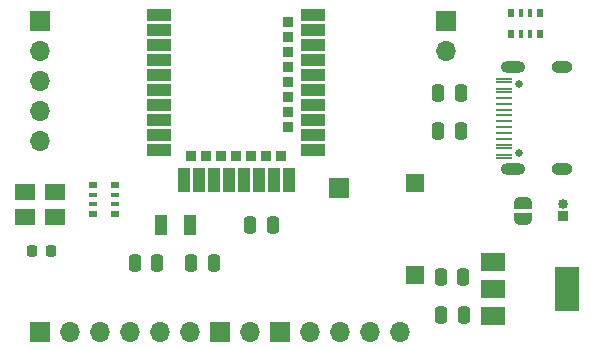
<source format=gbr>
%TF.GenerationSoftware,KiCad,Pcbnew,(5.99.0-9526-g5c17ff0595)*%
%TF.CreationDate,2021-04-11T22:42:19-05:00*%
%TF.ProjectId,E73_Devboard,4537335f-4465-4766-926f-6172642e6b69,rev?*%
%TF.SameCoordinates,Original*%
%TF.FileFunction,Soldermask,Top*%
%TF.FilePolarity,Negative*%
%FSLAX46Y46*%
G04 Gerber Fmt 4.6, Leading zero omitted, Abs format (unit mm)*
G04 Created by KiCad (PCBNEW (5.99.0-9526-g5c17ff0595)) date 2021-04-11 22:42:19*
%MOMM*%
%LPD*%
G01*
G04 APERTURE LIST*
G04 Aperture macros list*
%AMRoundRect*
0 Rectangle with rounded corners*
0 $1 Rounding radius*
0 $2 $3 $4 $5 $6 $7 $8 $9 X,Y pos of 4 corners*
0 Add a 4 corners polygon primitive as box body*
4,1,4,$2,$3,$4,$5,$6,$7,$8,$9,$2,$3,0*
0 Add four circle primitives for the rounded corners*
1,1,$1+$1,$2,$3*
1,1,$1+$1,$4,$5*
1,1,$1+$1,$6,$7*
1,1,$1+$1,$8,$9*
0 Add four rect primitives between the rounded corners*
20,1,$1+$1,$2,$3,$4,$5,0*
20,1,$1+$1,$4,$5,$6,$7,0*
20,1,$1+$1,$6,$7,$8,$9,0*
20,1,$1+$1,$8,$9,$2,$3,0*%
%AMFreePoly0*
4,1,22,0.500000,-0.750000,0.000000,-0.750000,0.000000,-0.745033,-0.079941,-0.743568,-0.215256,-0.701293,-0.333266,-0.622738,-0.424486,-0.514219,-0.481581,-0.384460,-0.499164,-0.250000,-0.500000,-0.250000,-0.500000,0.250000,-0.499164,0.250000,-0.499963,0.256109,-0.478152,0.396186,-0.417904,0.524511,-0.324060,0.630769,-0.204165,0.706417,-0.067858,0.745374,0.000000,0.744959,0.000000,0.750000,
0.500000,0.750000,0.500000,-0.750000,0.500000,-0.750000,$1*%
%AMFreePoly1*
4,1,20,0.000000,0.744959,0.073905,0.744508,0.209726,0.703889,0.328688,0.626782,0.421226,0.519385,0.479903,0.390333,0.500000,0.250000,0.500000,-0.250000,0.499851,-0.262216,0.476331,-0.402017,0.414519,-0.529596,0.319384,-0.634700,0.198574,-0.708877,0.061801,-0.746166,0.000000,-0.745033,0.000000,-0.750000,-0.500000,-0.750000,-0.500000,0.750000,0.000000,0.750000,0.000000,0.744959,
0.000000,0.744959,$1*%
G04 Aperture macros list end*
%ADD10R,1.500000X1.500000*%
%ADD11R,1.000000X1.800000*%
%ADD12R,0.900000X0.900000*%
%ADD13R,2.000000X1.000000*%
%ADD14R,1.000000X2.000000*%
%ADD15R,2.000000X1.500000*%
%ADD16R,2.000000X3.800000*%
%ADD17R,0.800000X0.500000*%
%ADD18R,0.800000X0.400000*%
%ADD19R,0.500000X0.800000*%
%ADD20R,0.400000X0.800000*%
%ADD21C,0.650000*%
%ADD22R,1.400000X0.250000*%
%ADD23O,1.800000X1.000000*%
%ADD24O,2.100000X1.000000*%
%ADD25FreePoly0,270.000000*%
%ADD26FreePoly1,270.000000*%
%ADD27O,1.700000X1.700000*%
%ADD28R,1.700000X1.700000*%
%ADD29O,0.850000X0.850000*%
%ADD30R,0.850000X0.850000*%
%ADD31RoundRect,0.218750X-0.218750X-0.256250X0.218750X-0.256250X0.218750X0.256250X-0.218750X0.256250X0*%
%ADD32R,1.800000X1.400000*%
%ADD33RoundRect,0.250000X-0.250000X-0.475000X0.250000X-0.475000X0.250000X0.475000X-0.250000X0.475000X0*%
%ADD34RoundRect,0.250000X0.250000X0.475000X-0.250000X0.475000X-0.250000X-0.475000X0.250000X-0.475000X0*%
G04 APERTURE END LIST*
D10*
%TO.C,SW1*%
X160600000Y-88800000D03*
X160600000Y-81000000D03*
%TD*%
D11*
%TO.C,Y1*%
X139100000Y-84600000D03*
X141600000Y-84600000D03*
%TD*%
D12*
%TO.C,U2*%
X149900000Y-67405000D03*
X149900000Y-68675000D03*
X149900000Y-69945000D03*
X149900000Y-71215000D03*
X149900000Y-72485000D03*
X149900000Y-73755000D03*
X149900000Y-75025000D03*
X149900000Y-76295000D03*
X149310000Y-78700000D03*
X148040000Y-78700000D03*
X146770000Y-78700000D03*
X145500000Y-78700000D03*
X144230000Y-78700000D03*
X142960000Y-78700000D03*
X141690000Y-78700000D03*
D13*
X152000000Y-66770000D03*
X152000000Y-68040000D03*
X152000000Y-69310000D03*
X152000000Y-70580000D03*
X152000000Y-71850000D03*
X152000000Y-73120000D03*
X152000000Y-74390000D03*
X152000000Y-75660000D03*
X152000000Y-76930000D03*
X152000000Y-78200000D03*
X139000000Y-66770000D03*
X139000000Y-68040000D03*
X139000000Y-69310000D03*
X139000000Y-70580000D03*
X139000000Y-71850000D03*
X139000000Y-73120000D03*
X139000000Y-74390000D03*
X139000000Y-75660000D03*
X139000000Y-76930000D03*
X139000000Y-78200000D03*
D14*
X149950000Y-80800000D03*
X148680000Y-80800000D03*
X147410000Y-80800000D03*
X146140000Y-80800000D03*
X144870000Y-80800000D03*
X143600000Y-80800000D03*
X142330000Y-80800000D03*
X141060000Y-80800000D03*
%TD*%
D15*
%TO.C,U1*%
X167250000Y-87700000D03*
X167250000Y-92300000D03*
X167250000Y-90000000D03*
D16*
X173550000Y-90000000D03*
%TD*%
D17*
%TO.C,RN2*%
X133400000Y-81200000D03*
D18*
X133400000Y-82000000D03*
D17*
X133400000Y-83600000D03*
D18*
X133400000Y-82800000D03*
D17*
X135200000Y-81200000D03*
D18*
X135200000Y-82800000D03*
X135200000Y-82000000D03*
D17*
X135200000Y-83600000D03*
%TD*%
D19*
%TO.C,RN1*%
X168800000Y-68400000D03*
D20*
X169600000Y-68400000D03*
D19*
X171200000Y-68400000D03*
D20*
X170400000Y-68400000D03*
D19*
X168800000Y-66600000D03*
D20*
X170400000Y-66600000D03*
X169600000Y-66600000D03*
D19*
X171200000Y-66600000D03*
%TD*%
D21*
%TO.C,P1*%
X169412500Y-78440000D03*
X169412500Y-72660000D03*
D22*
X168212500Y-72225000D03*
X168212500Y-72475000D03*
X168212500Y-73025000D03*
X168212500Y-73275000D03*
X168212500Y-77825000D03*
X168212500Y-78075000D03*
X168212500Y-78625000D03*
X168212500Y-78875000D03*
X168212500Y-77300000D03*
X168212500Y-73800000D03*
X168212500Y-76800000D03*
X168212500Y-74300000D03*
X168212500Y-74800000D03*
X168212500Y-76300000D03*
X168212500Y-75800000D03*
X168212500Y-75300000D03*
D23*
X173062500Y-71230000D03*
X173062500Y-79870000D03*
D24*
X168912500Y-71230000D03*
X168912500Y-79870000D03*
%TD*%
D25*
%TO.C,JP1*%
X169800000Y-82750000D03*
D26*
X169800000Y-84050000D03*
%TD*%
D27*
%TO.C,J7*%
X141580000Y-93600000D03*
X139040000Y-93600000D03*
X136500000Y-93600000D03*
X133960000Y-93600000D03*
X131420000Y-93600000D03*
D28*
X128880000Y-93600000D03*
%TD*%
D27*
%TO.C,J6*%
X146665000Y-93600000D03*
D28*
X144125000Y-93600000D03*
%TD*%
D27*
%TO.C,J5*%
X128900000Y-77480000D03*
X128900000Y-74940000D03*
X128900000Y-72400000D03*
X128900000Y-69860000D03*
D28*
X128900000Y-67320000D03*
%TD*%
%TO.C,J4*%
X154200000Y-81400000D03*
%TD*%
D27*
%TO.C,J3*%
X163300000Y-69840000D03*
D28*
X163300000Y-67300000D03*
%TD*%
D29*
%TO.C,J2*%
X173200000Y-82800000D03*
D30*
X173200000Y-83800000D03*
%TD*%
D27*
%TO.C,J1*%
X159365000Y-93600000D03*
X156825000Y-93600000D03*
X154285000Y-93600000D03*
X151745000Y-93600000D03*
D28*
X149205000Y-93600000D03*
%TD*%
D31*
%TO.C,D3*%
X129787500Y-86800000D03*
X128212500Y-86800000D03*
%TD*%
D32*
%TO.C,D2*%
X127600000Y-83900000D03*
X130200000Y-83900000D03*
X127600000Y-81800000D03*
X130200000Y-81800000D03*
%TD*%
D33*
%TO.C,C7*%
X148600000Y-84600000D03*
X146700000Y-84600000D03*
%TD*%
%TO.C,C6*%
X143600000Y-87800000D03*
X141700000Y-87800000D03*
%TD*%
%TO.C,C5*%
X138800000Y-87800000D03*
X136900000Y-87800000D03*
%TD*%
D34*
%TO.C,C4*%
X162800000Y-89000000D03*
X164700000Y-89000000D03*
%TD*%
%TO.C,C3*%
X162850000Y-92200000D03*
X164750000Y-92200000D03*
%TD*%
D33*
%TO.C,C2*%
X164500000Y-76600000D03*
X162600000Y-76600000D03*
%TD*%
%TO.C,C1*%
X164500000Y-73400000D03*
X162600000Y-73400000D03*
%TD*%
M02*

</source>
